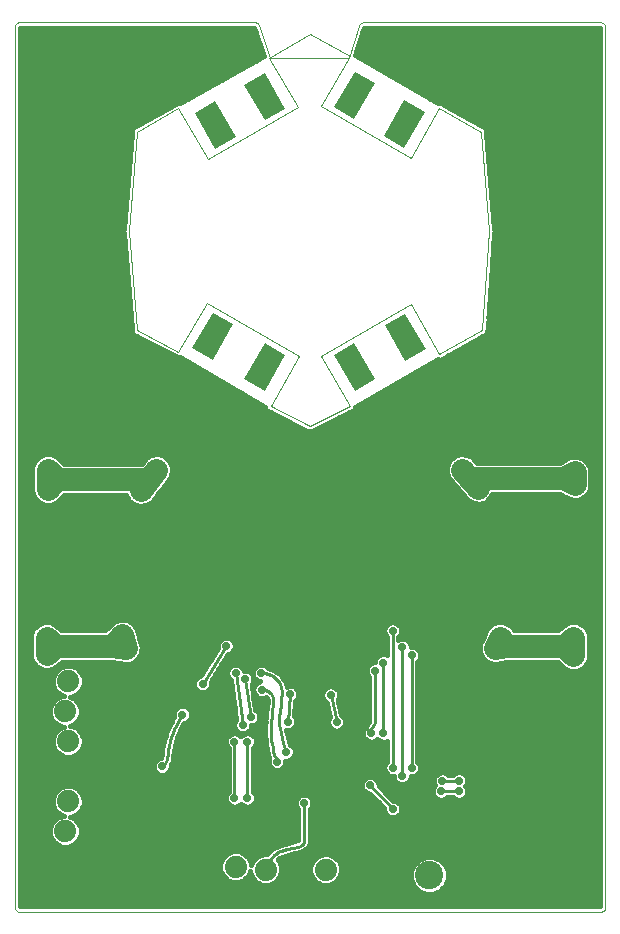
<source format=gbl>
G75*
G70*
%OFA0B0*%
%FSLAX24Y24*%
%IPPOS*%
%LPD*%
%AMOC8*
5,1,8,0,0,1.08239X$1,22.5*
%
%ADD10C,0.0000*%
%ADD11C,0.0004*%
%ADD12R,0.1378X0.0787*%
%ADD13R,0.0787X0.1378*%
%ADD14C,0.0740*%
%ADD15C,0.0945*%
%ADD16R,0.0356X0.0356*%
%ADD17C,0.0160*%
%ADD18C,0.0356*%
%ADD19C,0.0277*%
%ADD20C,0.0100*%
%ADD21C,0.0760*%
%ADD22C,0.0063*%
D10*
X001952Y001385D02*
X001952Y030747D01*
X001954Y030769D01*
X001959Y030791D01*
X001967Y030811D01*
X001979Y030830D01*
X001994Y030847D01*
X002011Y030862D01*
X002030Y030874D01*
X002050Y030882D01*
X002072Y030887D01*
X002094Y030889D01*
X009960Y030889D01*
X009982Y030887D01*
X010004Y030882D01*
X010024Y030874D01*
X010043Y030862D01*
X010060Y030848D01*
X010074Y030831D01*
X010086Y030812D01*
X010095Y030792D01*
X010094Y030792D02*
X010456Y029708D01*
X013093Y029708D01*
X013413Y030773D01*
X013421Y030794D01*
X013432Y030814D01*
X013446Y030833D01*
X013462Y030849D01*
X013481Y030863D01*
X013501Y030873D01*
X013523Y030881D01*
X013545Y030886D01*
X013568Y030888D01*
X013568Y030889D02*
X021474Y030889D01*
X021474Y030888D02*
X021497Y030886D01*
X021520Y030881D01*
X021541Y030873D01*
X021562Y030862D01*
X021580Y030848D01*
X021596Y030832D01*
X021610Y030814D01*
X021621Y030793D01*
X021629Y030772D01*
X021634Y030749D01*
X021636Y030726D01*
X021637Y030726D02*
X021637Y001405D01*
X021636Y001405D02*
X021634Y001382D01*
X021629Y001359D01*
X021621Y001338D01*
X021610Y001317D01*
X021596Y001299D01*
X021580Y001283D01*
X021562Y001269D01*
X021541Y001258D01*
X021520Y001250D01*
X021497Y001245D01*
X021474Y001243D01*
X002094Y001243D01*
X002072Y001245D01*
X002050Y001250D01*
X002030Y001258D01*
X002011Y001270D01*
X001994Y001285D01*
X001979Y001302D01*
X001967Y001321D01*
X001959Y001341D01*
X001954Y001363D01*
X001952Y001385D01*
D11*
X010479Y018101D02*
X011778Y017432D01*
X013117Y018101D01*
X012172Y019755D01*
X015164Y021487D01*
X016109Y019834D01*
X017526Y020621D01*
X017763Y023928D01*
X017487Y027235D01*
X016109Y028023D01*
X015164Y026369D01*
X012172Y028101D01*
X013117Y029755D01*
X011778Y030503D01*
X010440Y029715D01*
X011385Y028062D01*
X008393Y026330D01*
X007408Y028023D01*
X006030Y027235D01*
X005755Y023928D01*
X006030Y020621D01*
X007408Y019912D01*
X008353Y021526D01*
X011424Y019755D01*
X010479Y018101D01*
D12*
G36*
X013270Y020193D02*
X013958Y019000D01*
X013278Y018607D01*
X012590Y019800D01*
X013270Y020193D01*
G37*
G36*
X014963Y021178D02*
X015651Y019985D01*
X014971Y019592D01*
X014283Y020785D01*
X014963Y021178D01*
G37*
G36*
X010278Y029209D02*
X010966Y028016D01*
X010286Y027623D01*
X009598Y028816D01*
X010278Y029209D01*
G37*
G36*
X008625Y028264D02*
X009313Y027071D01*
X008633Y026678D01*
X007945Y027871D01*
X008625Y028264D01*
G37*
D13*
G36*
X013278Y029249D02*
X013958Y028856D01*
X013270Y027663D01*
X012590Y028056D01*
X013278Y029249D01*
G37*
G36*
X014932Y028304D02*
X015612Y027911D01*
X014924Y026718D01*
X014244Y027111D01*
X014932Y028304D01*
G37*
G36*
X010286Y020193D02*
X010966Y019800D01*
X010278Y018607D01*
X009598Y019000D01*
X010286Y020193D01*
G37*
G36*
X008554Y021217D02*
X009234Y020824D01*
X008546Y019631D01*
X007866Y020024D01*
X008554Y021217D01*
G37*
D14*
X003734Y008920D03*
X003634Y007920D03*
X003734Y006920D03*
X003634Y005920D03*
X003734Y004920D03*
X003634Y003920D03*
X009314Y002750D03*
X010314Y002650D03*
X011314Y002750D03*
X012314Y002650D03*
D15*
X015771Y002463D03*
X015771Y003723D03*
D16*
X012566Y010011D03*
X012172Y010011D03*
X012211Y010404D03*
X011818Y010404D03*
X011778Y010011D03*
X011385Y010011D03*
X010991Y010011D03*
X011030Y010404D03*
X011424Y010404D03*
X011385Y010798D03*
X011778Y010798D03*
X012172Y010798D03*
X012566Y010798D03*
X012605Y010404D03*
X012841Y011192D03*
X013274Y011310D03*
X013708Y011389D03*
X010991Y010798D03*
X010755Y011192D03*
X010322Y011310D03*
X009889Y011389D03*
D17*
X009157Y010338D02*
X009054Y010380D01*
X008943Y010380D01*
X008841Y010338D01*
X008763Y010259D01*
X008720Y010157D01*
X008720Y010046D01*
X008728Y010027D01*
X008162Y009120D01*
X008156Y009120D01*
X008054Y009078D01*
X007975Y008999D01*
X007933Y008897D01*
X007933Y008786D01*
X007975Y008684D01*
X008054Y008605D01*
X008156Y008563D01*
X008267Y008563D01*
X008369Y008605D01*
X008448Y008684D01*
X008490Y008786D01*
X008490Y008897D01*
X008482Y008916D01*
X009049Y009823D01*
X009054Y009823D01*
X009157Y009865D01*
X009235Y009943D01*
X009278Y010046D01*
X009278Y010157D01*
X009235Y010259D01*
X009157Y010338D01*
X009217Y010278D02*
X014360Y010278D01*
X014360Y010409D02*
X014360Y009800D01*
X014291Y009829D01*
X014180Y009829D01*
X014077Y009786D01*
X013999Y009708D01*
X013956Y009606D01*
X013956Y009553D01*
X013904Y009553D01*
X013802Y009511D01*
X013723Y009432D01*
X013681Y009330D01*
X013681Y009219D01*
X013723Y009117D01*
X013770Y009070D01*
X013770Y007698D01*
X013768Y007696D01*
X013770Y007619D01*
X013770Y007617D01*
X013768Y007601D01*
X013756Y007570D01*
X013745Y007557D01*
X013742Y007553D01*
X013688Y007499D01*
X013643Y007384D01*
X013605Y007346D01*
X013563Y007243D01*
X013563Y007132D01*
X013605Y007030D01*
X013684Y006952D01*
X013786Y006909D01*
X013897Y006909D01*
X013999Y006952D01*
X014038Y006991D01*
X014077Y006952D01*
X014180Y006909D01*
X014291Y006909D01*
X014360Y006938D01*
X014360Y006250D01*
X014314Y006204D01*
X014271Y006102D01*
X014271Y005991D01*
X014314Y005888D01*
X014392Y005810D01*
X014495Y005767D01*
X014586Y005767D01*
X014586Y005715D01*
X014629Y005613D01*
X014707Y005534D01*
X014810Y005492D01*
X014920Y005492D01*
X015023Y005534D01*
X015101Y005613D01*
X015144Y005715D01*
X015144Y005767D01*
X015235Y005767D01*
X015338Y005810D01*
X015416Y005888D01*
X015459Y005991D01*
X015459Y006102D01*
X015416Y006204D01*
X015370Y006250D01*
X015370Y009582D01*
X015416Y009628D01*
X015459Y009731D01*
X015459Y009842D01*
X015416Y009944D01*
X015338Y010023D01*
X015235Y010065D01*
X015144Y010065D01*
X015144Y010117D01*
X015101Y010220D01*
X015023Y010298D01*
X014920Y010341D01*
X014810Y010341D01*
X014740Y010312D01*
X014740Y010409D01*
X014786Y010455D01*
X014829Y010558D01*
X014829Y010669D01*
X014786Y010771D01*
X014708Y010849D01*
X014606Y010892D01*
X014495Y010892D01*
X014392Y010849D01*
X014314Y010771D01*
X014271Y010669D01*
X014271Y010558D01*
X014314Y010455D01*
X014360Y010409D01*
X014333Y010436D02*
X006079Y010436D01*
X006054Y010525D02*
X006054Y010559D01*
X006027Y010624D01*
X006009Y010692D01*
X005988Y010719D01*
X005975Y010750D01*
X005925Y010800D01*
X005882Y010856D01*
X005853Y010873D01*
X005829Y010896D01*
X005764Y010923D01*
X005703Y010958D01*
X005669Y010963D01*
X005638Y010976D01*
X005567Y010976D01*
X005497Y010984D01*
X005465Y010976D01*
X005431Y010976D01*
X005366Y010949D01*
X005298Y010930D01*
X005271Y010909D01*
X005240Y010896D01*
X005190Y010847D01*
X005134Y010803D01*
X005117Y010774D01*
X004965Y010621D01*
X003506Y010621D01*
X003455Y010671D01*
X003309Y010818D01*
X003118Y010897D01*
X002911Y010897D01*
X002720Y010818D01*
X002574Y010671D01*
X002495Y010480D01*
X002495Y009843D01*
X002489Y009757D01*
X002495Y009740D01*
X002495Y009722D01*
X002528Y009643D01*
X002555Y009561D01*
X002567Y009548D01*
X002574Y009531D01*
X002635Y009470D01*
X002691Y009405D01*
X002707Y009397D01*
X002720Y009385D01*
X002800Y009352D01*
X002877Y009314D01*
X002895Y009313D01*
X002911Y009306D01*
X002997Y009306D01*
X003083Y009300D01*
X003100Y009306D01*
X003118Y009306D01*
X003198Y009339D01*
X003279Y009366D01*
X003293Y009378D01*
X003309Y009385D01*
X003370Y009446D01*
X003522Y009579D01*
X003528Y009581D01*
X005137Y009581D01*
X005475Y009525D01*
X005484Y009520D01*
X005577Y009508D01*
X005669Y009493D01*
X005679Y009495D01*
X005689Y009494D01*
X005780Y009518D01*
X005871Y009539D01*
X005879Y009545D01*
X005889Y009548D01*
X005963Y009605D01*
X006039Y009659D01*
X006044Y009668D01*
X006053Y009675D01*
X006099Y009756D01*
X006148Y009835D01*
X006150Y009845D01*
X006155Y009854D01*
X006167Y009947D01*
X006182Y010039D01*
X006180Y010049D01*
X006181Y010060D01*
X006157Y010150D01*
X006136Y010241D01*
X006130Y010249D01*
X006054Y010525D01*
X006040Y010595D02*
X014271Y010595D01*
X014306Y010753D02*
X005972Y010753D01*
X005792Y010912D02*
X021457Y010912D01*
X021457Y011070D02*
X002132Y011070D01*
X002132Y010912D02*
X005274Y010912D01*
X005096Y010753D02*
X003374Y010753D01*
X002655Y010753D02*
X002132Y010753D01*
X002132Y010595D02*
X002542Y010595D01*
X002495Y010436D02*
X002132Y010436D01*
X002132Y010278D02*
X002495Y010278D01*
X002495Y010119D02*
X002132Y010119D01*
X002132Y009961D02*
X002495Y009961D01*
X002492Y009802D02*
X002132Y009802D01*
X002132Y009644D02*
X002527Y009644D01*
X002620Y009485D02*
X002132Y009485D01*
X002132Y009327D02*
X002851Y009327D01*
X003168Y009327D02*
X003419Y009327D01*
X003445Y009353D02*
X003302Y009209D01*
X003224Y009022D01*
X003224Y008819D01*
X003302Y008631D01*
X003445Y008488D01*
X003584Y008430D01*
X003532Y008430D01*
X003345Y008353D01*
X003202Y008209D01*
X003124Y008022D01*
X003124Y007819D01*
X003202Y007631D01*
X003345Y007488D01*
X003532Y007410D01*
X003584Y007410D01*
X003445Y007353D01*
X003302Y007209D01*
X003224Y007022D01*
X003224Y006819D01*
X003302Y006631D01*
X003445Y006488D01*
X003632Y006410D01*
X003835Y006410D01*
X004023Y006488D01*
X004166Y006631D01*
X004244Y006819D01*
X004244Y007022D01*
X004166Y007209D01*
X004023Y007353D01*
X003835Y007430D01*
X003784Y007430D01*
X003923Y007488D01*
X004066Y007631D01*
X004144Y007819D01*
X004144Y008022D01*
X004066Y008209D01*
X003923Y008353D01*
X003784Y008410D01*
X003835Y008410D01*
X004023Y008488D01*
X004166Y008631D01*
X004244Y008819D01*
X004244Y009022D01*
X004166Y009209D01*
X004023Y009353D01*
X003835Y009430D01*
X003632Y009430D01*
X003445Y009353D01*
X003415Y009485D02*
X008390Y009485D01*
X008489Y009644D02*
X006016Y009644D01*
X006128Y009802D02*
X008588Y009802D01*
X008687Y009961D02*
X006169Y009961D01*
X006165Y010119D02*
X008720Y010119D01*
X008781Y010278D02*
X006122Y010278D01*
X007384Y008054D02*
X007306Y007976D01*
X007263Y007873D01*
X007263Y007762D01*
X007268Y007753D01*
X007229Y007696D01*
X007000Y007190D01*
X006862Y006652D01*
X006847Y006454D01*
X006847Y006454D01*
X006841Y006376D01*
X006839Y006364D01*
X006817Y006364D01*
X006715Y006322D01*
X006637Y006243D01*
X006594Y006141D01*
X006594Y006030D01*
X006637Y005928D01*
X006715Y005849D01*
X006817Y005807D01*
X006928Y005807D01*
X007031Y005849D01*
X007109Y005928D01*
X007152Y006030D01*
X007152Y006118D01*
X007210Y006221D01*
X007214Y006268D01*
X007219Y006338D01*
X007220Y006347D01*
X007249Y006589D01*
X007370Y007060D01*
X007570Y007504D01*
X007592Y007539D01*
X007598Y007539D01*
X007700Y007581D01*
X007779Y007660D01*
X007821Y007762D01*
X007821Y007873D01*
X007779Y007976D01*
X007700Y008054D01*
X007598Y008097D01*
X007487Y008097D01*
X007384Y008054D01*
X007395Y008059D02*
X004129Y008059D01*
X004144Y007900D02*
X007275Y007900D01*
X007260Y007742D02*
X004112Y007742D01*
X004018Y007583D02*
X007178Y007583D01*
X007106Y007425D02*
X003849Y007425D01*
X004109Y007266D02*
X007034Y007266D01*
X006979Y007108D02*
X004208Y007108D01*
X004244Y006949D02*
X006938Y006949D01*
X006897Y006791D02*
X004232Y006791D01*
X004167Y006632D02*
X006861Y006632D01*
X006848Y006474D02*
X003988Y006474D01*
X003480Y006474D02*
X002132Y006474D01*
X002132Y006632D02*
X003301Y006632D01*
X003236Y006791D02*
X002132Y006791D01*
X002132Y006949D02*
X003224Y006949D01*
X003260Y007108D02*
X002132Y007108D01*
X002132Y007266D02*
X003359Y007266D01*
X003498Y007425D02*
X002132Y007425D01*
X002132Y007583D02*
X003250Y007583D01*
X003156Y007742D02*
X002132Y007742D01*
X002132Y007900D02*
X003124Y007900D01*
X003139Y008059D02*
X002132Y008059D01*
X002132Y008217D02*
X003210Y008217D01*
X003401Y008376D02*
X002132Y008376D01*
X002132Y008534D02*
X003399Y008534D01*
X003276Y008693D02*
X002132Y008693D01*
X002132Y008851D02*
X003224Y008851D01*
X003224Y009010D02*
X002132Y009010D01*
X002132Y009168D02*
X003285Y009168D01*
X003867Y008376D02*
X009234Y008376D01*
X009212Y008534D02*
X004069Y008534D01*
X004192Y008693D02*
X007971Y008693D01*
X007933Y008851D02*
X004244Y008851D01*
X004244Y009010D02*
X007985Y009010D01*
X008192Y009168D02*
X004183Y009168D01*
X004049Y009327D02*
X008291Y009327D01*
X008541Y009010D02*
X009106Y009010D01*
X009078Y009038D02*
X009154Y008961D01*
X009334Y007642D01*
X009314Y007621D01*
X009271Y007519D01*
X009271Y007408D01*
X009314Y007306D01*
X009392Y007227D01*
X009495Y007185D01*
X009606Y007185D01*
X009708Y007227D01*
X009786Y007306D01*
X009829Y007408D01*
X009829Y007460D01*
X009881Y007460D01*
X009984Y007503D01*
X010062Y007581D01*
X010104Y007684D01*
X010104Y007794D01*
X010062Y007897D01*
X009984Y007975D01*
X009976Y007979D01*
X009901Y008396D01*
X009844Y008820D01*
X009865Y008841D01*
X009908Y008943D01*
X009908Y009054D01*
X009865Y009157D01*
X009787Y009235D01*
X009684Y009278D01*
X009582Y009278D01*
X009550Y009354D01*
X009472Y009432D01*
X009369Y009474D01*
X009258Y009474D01*
X009156Y009432D01*
X009078Y009354D01*
X009035Y009251D01*
X009035Y009140D01*
X009078Y009038D01*
X009035Y009168D02*
X008640Y009168D01*
X008739Y009327D02*
X009066Y009327D01*
X008838Y009485D02*
X013776Y009485D01*
X013681Y009327D02*
X010541Y009327D01*
X010575Y009317D02*
X010399Y009367D01*
X010334Y009432D01*
X010232Y009474D01*
X010121Y009474D01*
X010018Y009432D01*
X009940Y009354D01*
X009897Y009251D01*
X009897Y009140D01*
X009940Y009038D01*
X010018Y008959D01*
X010115Y008919D01*
X010022Y008881D01*
X009944Y008802D01*
X009901Y008700D01*
X009901Y008589D01*
X009944Y008487D01*
X010022Y008408D01*
X010125Y008366D01*
X010235Y008366D01*
X010325Y008403D01*
X010356Y008373D01*
X010383Y008302D01*
X010384Y008265D01*
X010335Y007877D01*
X010305Y007478D01*
X010300Y007399D01*
X010289Y007255D01*
X010325Y006810D01*
X010431Y006376D01*
X010438Y006358D01*
X010413Y006298D01*
X010413Y006188D01*
X010456Y006085D01*
X010534Y006007D01*
X010636Y005964D01*
X010747Y005964D01*
X010850Y006007D01*
X010928Y006085D01*
X010971Y006188D01*
X010971Y006279D01*
X011062Y006279D01*
X011165Y006322D01*
X011243Y006400D01*
X011286Y006503D01*
X011286Y006613D01*
X011243Y006716D01*
X011165Y006794D01*
X011129Y006809D01*
X011055Y007054D01*
X011001Y007303D01*
X011102Y007303D01*
X011204Y007345D01*
X011282Y007424D01*
X011325Y007526D01*
X011325Y007637D01*
X011282Y007739D01*
X011253Y007769D01*
X011296Y008264D01*
X011361Y008329D01*
X011404Y008432D01*
X011404Y008543D01*
X011361Y008645D01*
X011283Y008723D01*
X011180Y008766D01*
X011069Y008766D01*
X011021Y008746D01*
X010968Y008926D01*
X010805Y009155D01*
X010575Y009317D01*
X010575Y009317D01*
X010786Y009168D02*
X013702Y009168D01*
X013770Y009010D02*
X010909Y009010D01*
X010990Y008851D02*
X013770Y008851D01*
X013770Y008693D02*
X012660Y008693D01*
X012641Y008712D02*
X012539Y008754D01*
X012428Y008754D01*
X012325Y008712D01*
X012247Y008633D01*
X012204Y008531D01*
X012204Y008420D01*
X012247Y008317D01*
X012325Y008239D01*
X012342Y008232D01*
X012453Y007726D01*
X012448Y007720D01*
X012405Y007617D01*
X012405Y007506D01*
X012448Y007404D01*
X012526Y007326D01*
X012628Y007283D01*
X012739Y007283D01*
X012842Y007326D01*
X012920Y007404D01*
X012963Y007506D01*
X012963Y007617D01*
X012920Y007720D01*
X012842Y007798D01*
X012825Y007805D01*
X012714Y008312D01*
X012719Y008317D01*
X012762Y008420D01*
X012762Y008531D01*
X012719Y008633D01*
X012641Y008712D01*
X012761Y008534D02*
X013770Y008534D01*
X013770Y008376D02*
X012744Y008376D01*
X012734Y008217D02*
X013770Y008217D01*
X013770Y008059D02*
X012769Y008059D01*
X012804Y007900D02*
X013770Y007900D01*
X013770Y007742D02*
X012899Y007742D01*
X012963Y007583D02*
X013761Y007583D01*
X013745Y007557D02*
X013745Y007557D01*
X013745Y007557D01*
X013688Y007499D02*
X013688Y007499D01*
X013659Y007425D02*
X012929Y007425D01*
X012439Y007425D02*
X011283Y007425D01*
X011325Y007583D02*
X012405Y007583D01*
X012450Y007742D02*
X011280Y007742D01*
X011265Y007900D02*
X012415Y007900D01*
X012380Y008059D02*
X011278Y008059D01*
X011292Y008217D02*
X012345Y008217D01*
X012223Y008376D02*
X011380Y008376D01*
X011404Y008534D02*
X012206Y008534D01*
X012306Y008693D02*
X011314Y008693D01*
X010805Y009155D02*
X010805Y009155D01*
X010353Y008376D02*
X010259Y008376D01*
X010101Y008376D02*
X009905Y008376D01*
X009883Y008534D02*
X009924Y008534D01*
X009901Y008693D02*
X009862Y008693D01*
X009869Y008851D02*
X009992Y008851D01*
X009968Y009010D02*
X009908Y009010D01*
X009897Y009168D02*
X009854Y009168D01*
X009929Y009327D02*
X009561Y009327D01*
X009169Y008851D02*
X008490Y008851D01*
X008452Y008693D02*
X009191Y008693D01*
X009256Y008217D02*
X004058Y008217D01*
X003835Y005430D02*
X003632Y005430D01*
X003445Y005353D01*
X003302Y005209D01*
X003224Y005022D01*
X003224Y004819D01*
X003302Y004631D01*
X003445Y004488D01*
X003584Y004430D01*
X003532Y004430D01*
X003345Y004353D01*
X003202Y004209D01*
X003124Y004022D01*
X003124Y003819D01*
X003202Y003631D01*
X003345Y003488D01*
X003532Y003410D01*
X003735Y003410D01*
X003923Y003488D01*
X004066Y003631D01*
X004144Y003819D01*
X004144Y004022D01*
X004066Y004209D01*
X003923Y004353D01*
X003784Y004410D01*
X003835Y004410D01*
X004023Y004488D01*
X004166Y004631D01*
X004244Y004819D01*
X004244Y005022D01*
X004166Y005209D01*
X004023Y005353D01*
X003835Y005430D01*
X003995Y005364D02*
X009084Y005364D01*
X009084Y005227D02*
X009038Y005180D01*
X008996Y005078D01*
X008996Y004967D01*
X009038Y004865D01*
X009117Y004786D01*
X009219Y004744D01*
X009330Y004744D01*
X009432Y004786D01*
X009491Y004845D01*
X009550Y004786D01*
X009652Y004744D01*
X009763Y004744D01*
X009865Y004786D01*
X009944Y004865D01*
X009986Y004967D01*
X009986Y005078D01*
X009944Y005180D01*
X009898Y005227D01*
X009898Y006708D01*
X009944Y006754D01*
X009986Y006857D01*
X009986Y006968D01*
X009944Y007070D01*
X009865Y007149D01*
X009763Y007191D01*
X009652Y007191D01*
X009550Y007149D01*
X009491Y007090D01*
X009432Y007149D01*
X009330Y007191D01*
X009219Y007191D01*
X009117Y007149D01*
X009038Y007070D01*
X008996Y006968D01*
X008996Y006857D01*
X009038Y006754D01*
X009084Y006708D01*
X009084Y005227D01*
X009063Y005205D02*
X004168Y005205D01*
X004233Y005047D02*
X008996Y005047D01*
X009028Y004888D02*
X004244Y004888D01*
X004207Y004730D02*
X011352Y004730D01*
X011361Y004707D02*
X011407Y004661D01*
X011407Y003625D01*
X011198Y003568D01*
X010968Y003516D01*
X010968Y003516D01*
X010815Y003484D01*
X010815Y003484D01*
X010539Y003336D01*
X010359Y003160D01*
X010212Y003160D01*
X010025Y003082D01*
X009882Y002939D01*
X009824Y002799D01*
X009824Y002851D01*
X009746Y003039D01*
X009603Y003182D01*
X009415Y003260D01*
X009212Y003260D01*
X009025Y003182D01*
X008882Y003039D01*
X008804Y002851D01*
X008804Y002648D01*
X008882Y002461D01*
X009025Y002317D01*
X009212Y002240D01*
X009415Y002240D01*
X009603Y002317D01*
X009746Y002461D01*
X009804Y002600D01*
X009804Y002548D01*
X009882Y002361D01*
X010025Y002217D01*
X010212Y002140D01*
X010415Y002140D01*
X010603Y002217D01*
X010746Y002361D01*
X010824Y002548D01*
X010824Y002751D01*
X010746Y002939D01*
X010717Y002968D01*
X010771Y003021D01*
X010949Y003116D01*
X011046Y003144D01*
X011061Y003147D01*
X011291Y003195D01*
X011291Y003195D01*
X011457Y003243D01*
X011518Y003261D01*
X011532Y003265D01*
X011549Y003270D01*
X011606Y003287D01*
X011606Y003287D01*
X011608Y003287D01*
X011609Y003289D01*
X011723Y003388D01*
X011786Y003525D01*
X011787Y003526D01*
X011787Y004661D01*
X011834Y004707D01*
X011876Y004810D01*
X011876Y004920D01*
X011834Y005023D01*
X011755Y005101D01*
X011653Y005144D01*
X011542Y005144D01*
X011439Y005101D01*
X011361Y005023D01*
X011319Y004920D01*
X011319Y004810D01*
X011361Y004707D01*
X011407Y004571D02*
X004107Y004571D01*
X003842Y004413D02*
X011407Y004413D01*
X011407Y004254D02*
X004021Y004254D01*
X004113Y004096D02*
X011407Y004096D01*
X011407Y003937D02*
X004144Y003937D01*
X004127Y003779D02*
X011407Y003779D01*
X011390Y003620D02*
X004056Y003620D01*
X003861Y003462D02*
X010775Y003462D01*
X010539Y003336D02*
X010539Y003336D01*
X010506Y003303D02*
X002132Y003303D01*
X002132Y003145D02*
X008988Y003145D01*
X008860Y002986D02*
X002132Y002986D01*
X002132Y002828D02*
X008804Y002828D01*
X008804Y002669D02*
X002132Y002669D01*
X002132Y002511D02*
X008861Y002511D01*
X008990Y002352D02*
X002132Y002352D01*
X002132Y002194D02*
X010081Y002194D01*
X009890Y002352D02*
X009638Y002352D01*
X009767Y002511D02*
X009819Y002511D01*
X009824Y002828D02*
X009836Y002828D01*
X009768Y002986D02*
X009929Y002986D01*
X010177Y003145D02*
X009640Y003145D01*
X010546Y002194D02*
X012081Y002194D01*
X012025Y002217D02*
X012212Y002140D01*
X012415Y002140D01*
X012603Y002217D01*
X012746Y002361D01*
X012824Y002548D01*
X012824Y002751D01*
X012746Y002939D01*
X012603Y003082D01*
X012415Y003160D01*
X012212Y003160D01*
X012025Y003082D01*
X011882Y002939D01*
X011804Y002751D01*
X011804Y002548D01*
X011882Y002361D01*
X012025Y002217D01*
X011890Y002352D02*
X010738Y002352D01*
X010808Y002511D02*
X011819Y002511D01*
X011804Y002669D02*
X010824Y002669D01*
X010792Y002828D02*
X011836Y002828D01*
X011929Y002986D02*
X010736Y002986D01*
X011052Y003145D02*
X012177Y003145D01*
X012451Y003145D02*
X021457Y003145D01*
X021457Y003303D02*
X011626Y003303D01*
X011606Y003287D02*
X011606Y003287D01*
X011723Y003388D02*
X011723Y003388D01*
X011723Y003388D01*
X011757Y003462D02*
X021457Y003462D01*
X021457Y003620D02*
X011787Y003620D01*
X011787Y003779D02*
X021457Y003779D01*
X021457Y003937D02*
X011787Y003937D01*
X011787Y004096D02*
X021457Y004096D01*
X021457Y004254D02*
X011787Y004254D01*
X011787Y004413D02*
X014438Y004413D01*
X014392Y004432D02*
X014495Y004389D01*
X014606Y004389D01*
X014708Y004432D01*
X014786Y004510D01*
X014829Y004613D01*
X014829Y004724D01*
X014786Y004826D01*
X014708Y004904D01*
X014606Y004947D01*
X014547Y004947D01*
X014081Y005438D01*
X014081Y005511D01*
X014038Y005613D01*
X013960Y005692D01*
X013857Y005734D01*
X013747Y005734D01*
X013644Y005692D01*
X013566Y005613D01*
X013523Y005511D01*
X013523Y005400D01*
X013566Y005298D01*
X013644Y005219D01*
X013747Y005177D01*
X013805Y005177D01*
X014271Y004686D01*
X014271Y004613D01*
X014314Y004510D01*
X014392Y004432D01*
X014288Y004571D02*
X011787Y004571D01*
X011843Y004730D02*
X014229Y004730D01*
X014079Y004888D02*
X011876Y004888D01*
X011810Y005047D02*
X013928Y005047D01*
X013677Y005205D02*
X009919Y005205D01*
X009898Y005364D02*
X013538Y005364D01*
X013528Y005522D02*
X009898Y005522D01*
X009898Y005681D02*
X013633Y005681D01*
X013971Y005681D02*
X014600Y005681D01*
X014736Y005522D02*
X014076Y005522D01*
X014151Y005364D02*
X015906Y005364D01*
X015886Y005314D02*
X015886Y005203D01*
X015928Y005101D01*
X016006Y005022D01*
X016109Y004980D01*
X016220Y004980D01*
X016322Y005022D01*
X016368Y005069D01*
X016551Y005069D01*
X016597Y005022D01*
X016699Y004980D01*
X016810Y004980D01*
X016913Y005022D01*
X016991Y005101D01*
X017034Y005203D01*
X017034Y005314D01*
X016991Y005417D01*
X016972Y005436D01*
X016991Y005455D01*
X017034Y005558D01*
X017034Y005669D01*
X016991Y005771D01*
X016913Y005849D01*
X016810Y005892D01*
X016699Y005892D01*
X016597Y005849D01*
X016551Y005803D01*
X016408Y005803D01*
X016362Y005849D01*
X016259Y005892D01*
X016148Y005892D01*
X016046Y005849D01*
X015967Y005771D01*
X015925Y005669D01*
X015925Y005558D01*
X015967Y005456D01*
X015928Y005417D01*
X015886Y005314D01*
X015886Y005205D02*
X014302Y005205D01*
X014452Y005047D02*
X015982Y005047D01*
X015939Y005522D02*
X014995Y005522D01*
X015130Y005681D02*
X015930Y005681D01*
X016036Y005839D02*
X015368Y005839D01*
X015459Y005998D02*
X021457Y005998D01*
X021457Y005839D02*
X016923Y005839D01*
X017028Y005681D02*
X021457Y005681D01*
X021457Y005522D02*
X017019Y005522D01*
X017013Y005364D02*
X021457Y005364D01*
X021457Y005205D02*
X017034Y005205D01*
X016937Y005047D02*
X021457Y005047D01*
X021457Y004888D02*
X014724Y004888D01*
X014826Y004730D02*
X021457Y004730D01*
X021457Y004571D02*
X014812Y004571D01*
X014662Y004413D02*
X021457Y004413D01*
X021457Y002986D02*
X016108Y002986D01*
X016117Y002983D02*
X015892Y003076D01*
X015649Y003076D01*
X015424Y002983D01*
X015251Y002810D01*
X015158Y002585D01*
X015158Y002342D01*
X015251Y002117D01*
X015424Y001944D01*
X015649Y001851D01*
X015892Y001851D01*
X016117Y001944D01*
X016290Y002117D01*
X016383Y002342D01*
X016383Y002585D01*
X016290Y002810D01*
X016117Y002983D01*
X016272Y002828D02*
X021457Y002828D01*
X021457Y002669D02*
X016348Y002669D01*
X016383Y002511D02*
X021457Y002511D01*
X021457Y002352D02*
X016383Y002352D01*
X016322Y002194D02*
X021457Y002194D01*
X021457Y002035D02*
X016209Y002035D01*
X015955Y001877D02*
X021457Y001877D01*
X021457Y001718D02*
X002132Y001718D01*
X002132Y001560D02*
X021457Y001560D01*
X021457Y001423D02*
X002132Y001423D01*
X002132Y030709D01*
X009932Y030709D01*
X010249Y029758D01*
X007456Y028198D01*
X007456Y028198D01*
X007384Y028218D01*
X007383Y028218D01*
X007382Y028218D01*
X007318Y028180D01*
X005989Y027421D01*
X005970Y027423D01*
X005926Y027385D01*
X005875Y027356D01*
X005870Y027338D01*
X005855Y027325D01*
X005850Y027267D01*
X005835Y027210D01*
X005844Y027194D01*
X005578Y024001D01*
X005567Y023988D01*
X005572Y023928D01*
X005567Y023868D01*
X005578Y023855D01*
X005845Y020658D01*
X005834Y020637D01*
X005851Y020585D01*
X005855Y020531D01*
X005873Y020516D01*
X005880Y020494D01*
X005929Y020469D01*
X005970Y020433D01*
X005994Y020435D01*
X007321Y019753D01*
X007381Y019717D01*
X007387Y019719D01*
X007392Y019716D01*
X007452Y019735D01*
X010303Y018054D01*
X010305Y018050D01*
X010323Y017981D01*
X010327Y017978D01*
X010329Y017974D01*
X010392Y017941D01*
X010454Y017906D01*
X010459Y017907D01*
X011642Y017297D01*
X011649Y017283D01*
X011708Y017264D01*
X011762Y017236D01*
X011777Y017241D01*
X011792Y017236D01*
X011847Y017263D01*
X011906Y017282D01*
X011913Y017296D01*
X013136Y017907D01*
X013142Y017906D01*
X013203Y017941D01*
X013266Y017972D01*
X013268Y017978D01*
X013273Y017981D01*
X013291Y018049D01*
X013293Y018053D01*
X016064Y019657D01*
X016132Y019638D01*
X016133Y019638D01*
X016134Y019638D01*
X016198Y019675D01*
X017567Y020436D01*
X017589Y020434D01*
X017631Y020471D01*
X017681Y020498D01*
X017687Y020519D01*
X017703Y020533D01*
X017707Y020589D01*
X017722Y020643D01*
X017712Y020662D01*
X017940Y023856D01*
X017950Y023868D01*
X017945Y023929D01*
X017950Y023990D01*
X017939Y024002D01*
X017673Y027194D01*
X017682Y027210D01*
X017667Y027267D01*
X017662Y027325D01*
X017648Y027338D01*
X017643Y027356D01*
X017592Y027385D01*
X017547Y027423D01*
X017528Y027421D01*
X016265Y028143D01*
X016187Y028187D01*
X016134Y028218D01*
X016064Y028199D01*
X013307Y029795D01*
X013564Y030650D01*
X013582Y030709D01*
X021457Y030709D01*
X021457Y001423D01*
X021457Y006156D02*
X015436Y006156D01*
X015370Y006315D02*
X021457Y006315D01*
X021457Y006474D02*
X015370Y006474D01*
X015370Y006632D02*
X021457Y006632D01*
X021457Y006791D02*
X015370Y006791D01*
X015370Y006949D02*
X021457Y006949D01*
X021457Y007108D02*
X015370Y007108D01*
X015370Y007266D02*
X021457Y007266D01*
X021457Y007425D02*
X015370Y007425D01*
X015370Y007583D02*
X021457Y007583D01*
X021457Y007742D02*
X015370Y007742D01*
X015370Y007900D02*
X021457Y007900D01*
X021457Y008059D02*
X015370Y008059D01*
X015370Y008217D02*
X021457Y008217D01*
X021457Y008376D02*
X015370Y008376D01*
X015370Y008534D02*
X021457Y008534D01*
X021457Y008693D02*
X015370Y008693D01*
X015370Y008851D02*
X021457Y008851D01*
X021457Y009010D02*
X015370Y009010D01*
X015370Y009168D02*
X021457Y009168D01*
X021457Y009327D02*
X020822Y009327D01*
X020868Y009345D02*
X021015Y009492D01*
X021094Y009683D01*
X021094Y010360D01*
X021099Y010445D01*
X021094Y010462D01*
X021094Y010480D01*
X021061Y010560D01*
X021033Y010641D01*
X021021Y010655D01*
X021015Y010671D01*
X020954Y010732D01*
X020897Y010797D01*
X020881Y010805D01*
X020868Y010818D01*
X020789Y010851D01*
X020711Y010889D01*
X020694Y010890D01*
X020677Y010897D01*
X020591Y010897D01*
X020505Y010903D01*
X020488Y010897D01*
X020470Y010897D01*
X020391Y010864D01*
X020309Y010836D01*
X020296Y010825D01*
X020279Y010818D01*
X020218Y010757D01*
X020063Y010621D01*
X018608Y010621D01*
X018586Y010647D01*
X018581Y010660D01*
X018519Y010725D01*
X018460Y010794D01*
X018448Y010800D01*
X018438Y010810D01*
X018356Y010847D01*
X018276Y010887D01*
X018262Y010888D01*
X018249Y010894D01*
X018159Y010896D01*
X018070Y010903D01*
X018056Y010899D01*
X018043Y010899D01*
X017959Y010867D01*
X017873Y010839D01*
X017862Y010830D01*
X017850Y010825D01*
X017784Y010763D01*
X017716Y010704D01*
X017710Y010692D01*
X017700Y010683D01*
X017663Y010600D01*
X017622Y010520D01*
X017621Y010506D01*
X017518Y010274D01*
X017485Y010225D01*
X017476Y010181D01*
X017458Y010139D01*
X017457Y010080D01*
X017445Y010022D01*
X017454Y009978D01*
X017453Y009932D01*
X017474Y009877D01*
X017486Y009819D01*
X017511Y009782D01*
X017527Y009739D01*
X017568Y009696D01*
X017601Y009647D01*
X017638Y009622D01*
X017670Y009589D01*
X017724Y009565D01*
X017773Y009532D01*
X017817Y009524D01*
X017859Y009505D01*
X017918Y009504D01*
X017976Y009492D01*
X018020Y009501D01*
X018065Y009500D01*
X018121Y009521D01*
X018401Y009577D01*
X018432Y009575D01*
X018452Y009581D01*
X020043Y009581D01*
X020279Y009345D01*
X020470Y009266D01*
X020677Y009266D01*
X020868Y009345D01*
X021008Y009485D02*
X021457Y009485D01*
X021457Y009644D02*
X021077Y009644D01*
X021094Y009802D02*
X021457Y009802D01*
X021457Y009961D02*
X021094Y009961D01*
X021094Y010119D02*
X021457Y010119D01*
X021457Y010278D02*
X021094Y010278D01*
X021099Y010436D02*
X021457Y010436D01*
X021457Y010595D02*
X021049Y010595D01*
X020936Y010753D02*
X021457Y010753D01*
X021457Y011229D02*
X002132Y011229D01*
X002132Y011387D02*
X021457Y011387D01*
X021457Y011546D02*
X002132Y011546D01*
X002132Y011704D02*
X021457Y011704D01*
X021457Y011863D02*
X002132Y011863D01*
X002132Y012021D02*
X021457Y012021D01*
X021457Y012180D02*
X002132Y012180D01*
X002132Y012338D02*
X021457Y012338D01*
X021457Y012497D02*
X002132Y012497D01*
X002132Y012655D02*
X021457Y012655D01*
X021457Y012814D02*
X002132Y012814D01*
X002132Y012972D02*
X021457Y012972D01*
X021457Y013131D02*
X002132Y013131D01*
X002132Y013289D02*
X021457Y013289D01*
X021457Y013448D02*
X002132Y013448D01*
X002132Y013606D02*
X021457Y013606D01*
X021457Y013765D02*
X002132Y013765D01*
X002132Y013923D02*
X021457Y013923D01*
X021457Y014082D02*
X002132Y014082D01*
X002132Y014240D02*
X021457Y014240D01*
X021457Y014399D02*
X002132Y014399D01*
X002132Y014557D02*
X021457Y014557D01*
X021457Y014716D02*
X002132Y014716D01*
X002132Y014874D02*
X002814Y014874D01*
X002759Y014897D02*
X002951Y014817D01*
X003157Y014817D01*
X003349Y014897D01*
X003584Y015132D01*
X005662Y015132D01*
X005662Y015127D01*
X005766Y014948D01*
X005931Y014822D01*
X006130Y014769D01*
X006336Y014796D01*
X006514Y014900D01*
X007152Y015734D01*
X007205Y015934D01*
X007178Y016139D01*
X007074Y016318D01*
X006910Y016443D01*
X006710Y016497D01*
X006505Y016469D01*
X006326Y016365D01*
X006178Y016172D01*
X003584Y016172D01*
X003349Y016408D01*
X003157Y016487D01*
X002951Y016487D01*
X002759Y016408D01*
X002613Y016262D01*
X002534Y016071D01*
X002534Y015234D01*
X002613Y015043D01*
X002759Y014897D01*
X002624Y015033D02*
X002132Y015033D01*
X002132Y015191D02*
X002552Y015191D01*
X002534Y015350D02*
X002132Y015350D01*
X002132Y015508D02*
X002534Y015508D01*
X002534Y015667D02*
X002132Y015667D01*
X002132Y015825D02*
X002534Y015825D01*
X002534Y015984D02*
X002132Y015984D01*
X002132Y016142D02*
X002564Y016142D01*
X002652Y016301D02*
X002132Y016301D01*
X002132Y016459D02*
X002882Y016459D01*
X003226Y016459D02*
X006487Y016459D01*
X006276Y016301D02*
X003456Y016301D01*
X003484Y015033D02*
X005717Y015033D01*
X005863Y014874D02*
X003294Y014874D01*
X002132Y016618D02*
X021457Y016618D01*
X021457Y016776D02*
X002132Y016776D01*
X002132Y016935D02*
X021457Y016935D01*
X021457Y017093D02*
X002132Y017093D01*
X002132Y017252D02*
X011731Y017252D01*
X011824Y017252D02*
X021457Y017252D01*
X021457Y017410D02*
X012141Y017410D01*
X012458Y017569D02*
X021457Y017569D01*
X021457Y017727D02*
X012775Y017727D01*
X013092Y017886D02*
X021457Y017886D01*
X021457Y018044D02*
X013290Y018044D01*
X013551Y018203D02*
X021457Y018203D01*
X021457Y018361D02*
X013825Y018361D01*
X014099Y018520D02*
X021457Y018520D01*
X021457Y018678D02*
X014373Y018678D01*
X014646Y018837D02*
X021457Y018837D01*
X021457Y018995D02*
X014920Y018995D01*
X015194Y019154D02*
X021457Y019154D01*
X021457Y019312D02*
X015468Y019312D01*
X015742Y019471D02*
X021457Y019471D01*
X021457Y019629D02*
X016015Y019629D01*
X016401Y019788D02*
X021457Y019788D01*
X021457Y019946D02*
X016686Y019946D01*
X016972Y020105D02*
X021457Y020105D01*
X021457Y020263D02*
X017257Y020263D01*
X017542Y020422D02*
X021457Y020422D01*
X021457Y020580D02*
X017706Y020580D01*
X017717Y020739D02*
X021457Y020739D01*
X021457Y020897D02*
X017729Y020897D01*
X017740Y021056D02*
X021457Y021056D01*
X021457Y021214D02*
X017751Y021214D01*
X017763Y021373D02*
X021457Y021373D01*
X021457Y021531D02*
X017774Y021531D01*
X017785Y021690D02*
X021457Y021690D01*
X021457Y021848D02*
X017797Y021848D01*
X017808Y022007D02*
X021457Y022007D01*
X021457Y022165D02*
X017819Y022165D01*
X017830Y022324D02*
X021457Y022324D01*
X021457Y022482D02*
X017842Y022482D01*
X017853Y022641D02*
X021457Y022641D01*
X021457Y022799D02*
X017864Y022799D01*
X017876Y022958D02*
X021457Y022958D01*
X021457Y023116D02*
X017887Y023116D01*
X017898Y023275D02*
X021457Y023275D01*
X021457Y023433D02*
X017910Y023433D01*
X017921Y023592D02*
X021457Y023592D01*
X021457Y023750D02*
X017932Y023750D01*
X017947Y023909D02*
X021457Y023909D01*
X021457Y024067D02*
X017934Y024067D01*
X017920Y024226D02*
X021457Y024226D01*
X021457Y024384D02*
X017907Y024384D01*
X017894Y024543D02*
X021457Y024543D01*
X021457Y024701D02*
X017881Y024701D01*
X017868Y024860D02*
X021457Y024860D01*
X021457Y025018D02*
X017854Y025018D01*
X017841Y025177D02*
X021457Y025177D01*
X021457Y025335D02*
X017828Y025335D01*
X017815Y025494D02*
X021457Y025494D01*
X021457Y025652D02*
X017802Y025652D01*
X017788Y025811D02*
X021457Y025811D01*
X021457Y025969D02*
X017775Y025969D01*
X017762Y026128D02*
X021457Y026128D01*
X021457Y026286D02*
X017749Y026286D01*
X017736Y026445D02*
X021457Y026445D01*
X021457Y026603D02*
X017722Y026603D01*
X017709Y026762D02*
X021457Y026762D01*
X021457Y026920D02*
X017696Y026920D01*
X017683Y027079D02*
X021457Y027079D01*
X021457Y027237D02*
X017675Y027237D01*
X017579Y027396D02*
X021457Y027396D01*
X021457Y027554D02*
X017296Y027554D01*
X017018Y027713D02*
X021457Y027713D01*
X021457Y027871D02*
X016741Y027871D01*
X016464Y028030D02*
X021457Y028030D01*
X021457Y028188D02*
X016186Y028188D01*
X016265Y028143D02*
X016265Y028143D01*
X015809Y028347D02*
X021457Y028347D01*
X021457Y028505D02*
X015535Y028505D01*
X015261Y028664D02*
X021457Y028664D01*
X021457Y028822D02*
X014988Y028822D01*
X014714Y028981D02*
X021457Y028981D01*
X021457Y029139D02*
X014440Y029139D01*
X014166Y029298D02*
X021457Y029298D01*
X021457Y029456D02*
X013893Y029456D01*
X013619Y029615D02*
X021457Y029615D01*
X021457Y029773D02*
X013345Y029773D01*
X013349Y029932D02*
X021457Y029932D01*
X021457Y030090D02*
X013396Y030090D01*
X013444Y030249D02*
X021457Y030249D01*
X021457Y030407D02*
X013491Y030407D01*
X013539Y030566D02*
X021457Y030566D01*
X013564Y030650D02*
X013564Y030650D01*
X010244Y029773D02*
X002132Y029773D01*
X002132Y029615D02*
X009993Y029615D01*
X009709Y029456D02*
X002132Y029456D01*
X002132Y029298D02*
X009425Y029298D01*
X009141Y029139D02*
X002132Y029139D01*
X002132Y028981D02*
X008857Y028981D01*
X008573Y028822D02*
X002132Y028822D01*
X002132Y028664D02*
X008290Y028664D01*
X008006Y028505D02*
X002132Y028505D01*
X002132Y028347D02*
X007722Y028347D01*
X007331Y028188D02*
X002132Y028188D01*
X002132Y028030D02*
X007054Y028030D01*
X006776Y027871D02*
X002132Y027871D01*
X002132Y027713D02*
X006499Y027713D01*
X006222Y027554D02*
X002132Y027554D01*
X002132Y027396D02*
X005938Y027396D01*
X005842Y027237D02*
X002132Y027237D01*
X002132Y027079D02*
X005835Y027079D01*
X005822Y026920D02*
X002132Y026920D01*
X002132Y026762D02*
X005808Y026762D01*
X005795Y026603D02*
X002132Y026603D01*
X002132Y026445D02*
X005782Y026445D01*
X005769Y026286D02*
X002132Y026286D01*
X002132Y026128D02*
X005755Y026128D01*
X005742Y025969D02*
X002132Y025969D01*
X002132Y025811D02*
X005729Y025811D01*
X005716Y025652D02*
X002132Y025652D01*
X002132Y025494D02*
X005703Y025494D01*
X005689Y025335D02*
X002132Y025335D01*
X002132Y025177D02*
X005676Y025177D01*
X005663Y025018D02*
X002132Y025018D01*
X002132Y024860D02*
X005650Y024860D01*
X005637Y024701D02*
X002132Y024701D01*
X002132Y024543D02*
X005623Y024543D01*
X005610Y024384D02*
X002132Y024384D01*
X002132Y024226D02*
X005597Y024226D01*
X005584Y024067D02*
X002132Y024067D01*
X002132Y023909D02*
X005571Y023909D01*
X005587Y023750D02*
X002132Y023750D01*
X002132Y023592D02*
X005600Y023592D01*
X005613Y023433D02*
X002132Y023433D01*
X002132Y023275D02*
X005627Y023275D01*
X005640Y023116D02*
X002132Y023116D01*
X002132Y022958D02*
X005653Y022958D01*
X005666Y022799D02*
X002132Y022799D01*
X002132Y022641D02*
X005679Y022641D01*
X005693Y022482D02*
X002132Y022482D01*
X002132Y022324D02*
X005706Y022324D01*
X005719Y022165D02*
X002132Y022165D01*
X002132Y022007D02*
X005732Y022007D01*
X005746Y021848D02*
X002132Y021848D01*
X002132Y021690D02*
X005759Y021690D01*
X005772Y021531D02*
X002132Y021531D01*
X002132Y021373D02*
X005785Y021373D01*
X005798Y021214D02*
X002132Y021214D01*
X002132Y021056D02*
X005812Y021056D01*
X005825Y020897D02*
X002132Y020897D01*
X002132Y020739D02*
X005838Y020739D01*
X005851Y020580D02*
X002132Y020580D01*
X002132Y020422D02*
X006020Y020422D01*
X006328Y020263D02*
X002132Y020263D01*
X002132Y020105D02*
X006637Y020105D01*
X006945Y019946D02*
X002132Y019946D01*
X002132Y019788D02*
X007253Y019788D01*
X007633Y019629D02*
X002132Y019629D01*
X002132Y019471D02*
X007902Y019471D01*
X008170Y019312D02*
X002132Y019312D01*
X002132Y019154D02*
X008439Y019154D01*
X008708Y018995D02*
X002132Y018995D01*
X002132Y018837D02*
X008977Y018837D01*
X009245Y018678D02*
X002132Y018678D01*
X002132Y018520D02*
X009514Y018520D01*
X009783Y018361D02*
X002132Y018361D01*
X002132Y018203D02*
X010052Y018203D01*
X010306Y018044D02*
X002132Y018044D01*
X002132Y017886D02*
X010501Y017886D01*
X010808Y017727D02*
X002132Y017727D01*
X002132Y017569D02*
X011116Y017569D01*
X011424Y017410D02*
X002132Y017410D01*
X006470Y014874D02*
X017228Y014874D01*
X017245Y014866D02*
X017451Y014851D01*
X017647Y014916D01*
X017803Y015052D01*
X017864Y015172D01*
X020124Y015172D01*
X020297Y015076D01*
X020319Y015054D01*
X020387Y015026D01*
X020451Y014990D01*
X020481Y014987D01*
X020510Y014975D01*
X020583Y014975D01*
X020656Y014967D01*
X020686Y014975D01*
X020717Y014975D01*
X020785Y015003D01*
X020855Y015023D01*
X020879Y015042D01*
X020908Y015054D01*
X020960Y015106D01*
X021017Y015152D01*
X021032Y015179D01*
X021054Y015200D01*
X021082Y015268D01*
X021118Y015333D01*
X021121Y015363D01*
X021133Y015392D01*
X021133Y015465D01*
X021141Y015538D01*
X021133Y015568D01*
X021133Y015816D01*
X021141Y015845D01*
X021133Y015918D01*
X021133Y015992D01*
X021121Y016020D01*
X021118Y016051D01*
X021082Y016115D01*
X021054Y016183D01*
X021032Y016205D01*
X021017Y016232D01*
X020960Y016277D01*
X020908Y016329D01*
X020879Y016341D01*
X020855Y016360D01*
X020785Y016380D01*
X020717Y016409D01*
X020686Y016409D01*
X020656Y016417D01*
X020583Y016409D01*
X020510Y016409D01*
X020481Y016397D01*
X020451Y016393D01*
X020387Y016358D01*
X020319Y016329D01*
X020297Y016308D01*
X020124Y016212D01*
X017349Y016212D01*
X017198Y016386D01*
X017013Y016479D01*
X016807Y016493D01*
X016611Y016428D01*
X016454Y016293D01*
X016362Y016108D01*
X016347Y015901D01*
X016412Y015705D01*
X017060Y014958D01*
X017245Y014866D01*
X017521Y014874D02*
X021457Y014874D01*
X021457Y015033D02*
X020867Y015033D01*
X021045Y015191D02*
X021457Y015191D01*
X021457Y015350D02*
X021120Y015350D01*
X021138Y015508D02*
X021457Y015508D01*
X021457Y015667D02*
X021133Y015667D01*
X021136Y015825D02*
X021457Y015825D01*
X021457Y015984D02*
X021133Y015984D01*
X021071Y016142D02*
X021457Y016142D01*
X021457Y016301D02*
X020937Y016301D01*
X021457Y016459D02*
X017052Y016459D01*
X017272Y016301D02*
X020284Y016301D01*
X020371Y015033D02*
X017781Y015033D01*
X016995Y015033D02*
X006616Y015033D01*
X006737Y015191D02*
X016858Y015191D01*
X016720Y015350D02*
X006858Y015350D01*
X006979Y015508D02*
X016583Y015508D01*
X016446Y015667D02*
X007101Y015667D01*
X007176Y015825D02*
X016372Y015825D01*
X016353Y015984D02*
X007199Y015984D01*
X007176Y016142D02*
X016379Y016142D01*
X016463Y016301D02*
X007084Y016301D01*
X006851Y016459D02*
X016703Y016459D01*
X017773Y010753D02*
X014794Y010753D01*
X014829Y010595D02*
X017660Y010595D01*
X017590Y010436D02*
X014767Y010436D01*
X015044Y010278D02*
X017520Y010278D01*
X017458Y010119D02*
X015143Y010119D01*
X015400Y009961D02*
X017454Y009961D01*
X017497Y009802D02*
X015459Y009802D01*
X015423Y009644D02*
X017606Y009644D01*
X018495Y010753D02*
X020214Y010753D01*
X020140Y009485D02*
X015370Y009485D01*
X015370Y009327D02*
X020325Y009327D01*
X016587Y005839D02*
X016371Y005839D01*
X016347Y005047D02*
X016572Y005047D01*
X015433Y002986D02*
X012698Y002986D01*
X012792Y002828D02*
X015269Y002828D01*
X015193Y002669D02*
X012824Y002669D01*
X012808Y002511D02*
X015158Y002511D01*
X015158Y002352D02*
X012738Y002352D01*
X012546Y002194D02*
X015219Y002194D01*
X015332Y002035D02*
X002132Y002035D01*
X002132Y001877D02*
X015586Y001877D01*
X014363Y005839D02*
X009898Y005839D01*
X009898Y005998D02*
X010555Y005998D01*
X010426Y006156D02*
X009898Y006156D01*
X009898Y006315D02*
X010420Y006315D01*
X010431Y006376D02*
X010431Y006376D01*
X010407Y006474D02*
X009898Y006474D01*
X009898Y006632D02*
X010368Y006632D01*
X010330Y006791D02*
X009959Y006791D01*
X009986Y006949D02*
X010314Y006949D01*
X010325Y006810D02*
X010325Y006810D01*
X010301Y007108D02*
X009907Y007108D01*
X009747Y007266D02*
X010290Y007266D01*
X010289Y007255D02*
X010289Y007255D01*
X010300Y007399D02*
X010300Y007399D01*
X010301Y007425D02*
X009829Y007425D01*
X010063Y007583D02*
X010313Y007583D01*
X010325Y007742D02*
X010104Y007742D01*
X010059Y007900D02*
X010338Y007900D01*
X010335Y007877D02*
X010335Y007877D01*
X010358Y008059D02*
X009962Y008059D01*
X009933Y008217D02*
X010378Y008217D01*
X011009Y007266D02*
X013572Y007266D01*
X013573Y007108D02*
X011044Y007108D01*
X011087Y006949D02*
X013690Y006949D01*
X013993Y006949D02*
X014083Y006949D01*
X014360Y006791D02*
X011168Y006791D01*
X011278Y006632D02*
X014360Y006632D01*
X014360Y006474D02*
X011273Y006474D01*
X011149Y006315D02*
X014360Y006315D01*
X014294Y006156D02*
X010958Y006156D01*
X010829Y005998D02*
X014271Y005998D01*
X013972Y009644D02*
X008937Y009644D01*
X009036Y009802D02*
X014115Y009802D01*
X014355Y009802D02*
X014360Y009802D01*
X014360Y009961D02*
X009242Y009961D01*
X009278Y010119D02*
X014360Y010119D01*
X011385Y005047D02*
X009986Y005047D01*
X009954Y004888D02*
X011319Y004888D01*
X009509Y007108D02*
X009473Y007108D01*
X009353Y007266D02*
X007463Y007266D01*
X007535Y007425D02*
X009271Y007425D01*
X009298Y007583D02*
X007702Y007583D01*
X007812Y007742D02*
X009320Y007742D01*
X009299Y007900D02*
X007810Y007900D01*
X007689Y008059D02*
X009277Y008059D01*
X009076Y007108D02*
X007391Y007108D01*
X007341Y006949D02*
X008996Y006949D01*
X009023Y006791D02*
X007301Y006791D01*
X007260Y006632D02*
X009084Y006632D01*
X009084Y006474D02*
X007235Y006474D01*
X007220Y006347D02*
X007220Y006347D01*
X007217Y006315D02*
X009084Y006315D01*
X009084Y006156D02*
X007173Y006156D01*
X007210Y006221D02*
X007210Y006221D01*
X007214Y006268D02*
X007214Y006268D01*
X007138Y005998D02*
X009084Y005998D01*
X009084Y005839D02*
X007007Y005839D01*
X006738Y005839D02*
X002132Y005839D01*
X002132Y005681D02*
X009084Y005681D01*
X009084Y005522D02*
X002132Y005522D01*
X002132Y005364D02*
X003473Y005364D01*
X003300Y005205D02*
X002132Y005205D01*
X002132Y005047D02*
X003234Y005047D01*
X003224Y004888D02*
X002132Y004888D01*
X002132Y004730D02*
X003261Y004730D01*
X003361Y004571D02*
X002132Y004571D01*
X002132Y004413D02*
X003491Y004413D01*
X003247Y004254D02*
X002132Y004254D01*
X002132Y004096D02*
X003155Y004096D01*
X003124Y003937D02*
X002132Y003937D01*
X002132Y003779D02*
X003140Y003779D01*
X003212Y003620D02*
X002132Y003620D01*
X002132Y003462D02*
X003407Y003462D01*
X002132Y005998D02*
X006607Y005998D01*
X006601Y006156D02*
X002132Y006156D01*
X002132Y006315D02*
X006708Y006315D01*
X010191Y029932D02*
X002132Y029932D01*
X002132Y030090D02*
X010138Y030090D01*
X010086Y030249D02*
X002132Y030249D01*
X002132Y030407D02*
X010033Y030407D01*
X009980Y030566D02*
X002132Y030566D01*
D18*
X008566Y027897D03*
X008448Y027463D03*
X008723Y026952D03*
X008881Y027385D03*
X010023Y028487D03*
X010219Y028920D03*
X010534Y028330D03*
X010377Y027897D03*
X013054Y028408D03*
X013211Y027975D03*
X013526Y028526D03*
X013369Y028960D03*
X014668Y027463D03*
X014865Y027030D03*
X015180Y027582D03*
X015023Y028015D03*
X014589Y020652D03*
X014904Y020141D03*
X015023Y020613D03*
X015337Y020062D03*
X013645Y019117D03*
X013211Y019156D03*
X013330Y019629D03*
X012897Y019708D03*
X010534Y019471D03*
X010337Y019904D03*
X010062Y019393D03*
X010219Y018960D03*
X008802Y020495D03*
X008605Y020928D03*
X008330Y020416D03*
X008487Y019983D03*
X006676Y015967D03*
X006400Y015652D03*
X006164Y015298D03*
X005219Y013684D03*
X005219Y013290D03*
X005613Y013369D03*
X005534Y010456D03*
X005652Y010023D03*
X005180Y010101D03*
X003330Y010101D03*
X003015Y009826D03*
X003015Y010377D03*
X003054Y015337D03*
X003369Y015652D03*
X003054Y015967D03*
X007385Y008841D03*
X007503Y008487D03*
X007109Y008566D03*
X005062Y004944D03*
X016125Y008487D03*
X016243Y008841D03*
X016519Y008526D03*
X017975Y010023D03*
X018133Y010377D03*
X018369Y010101D03*
X020259Y010101D03*
X020574Y010377D03*
X020574Y009786D03*
X018334Y013302D03*
X017946Y013370D03*
X018325Y013703D03*
X017385Y015377D03*
X017149Y015692D03*
X016873Y015967D03*
X020259Y015692D03*
X020613Y015889D03*
X020613Y015495D03*
D19*
X015967Y009235D03*
X015771Y008172D03*
X015180Y009786D03*
X014865Y010062D03*
X014550Y010613D03*
X014235Y009550D03*
X013960Y009274D03*
X013841Y007188D03*
X014235Y007188D03*
X014550Y006046D03*
X014865Y005771D03*
X015180Y006046D03*
X014550Y004668D03*
X013802Y005456D03*
X012818Y005101D03*
X011597Y004865D03*
X010692Y006243D03*
X011007Y006558D03*
X011046Y007582D03*
X011125Y008487D03*
X010180Y008645D03*
X010176Y009196D03*
X009629Y008999D03*
X009314Y009196D03*
X008999Y010101D03*
X008211Y008841D03*
X008054Y007936D03*
X008211Y007424D03*
X007542Y007818D03*
X006873Y006086D03*
X009274Y006912D03*
X009708Y006912D03*
X009550Y007463D03*
X009826Y007739D03*
X009708Y005023D03*
X009274Y005023D03*
X009826Y004393D03*
X011873Y007149D03*
X012684Y007562D03*
X012483Y008475D03*
X016204Y005613D03*
X016164Y005259D03*
X016755Y005259D03*
X016755Y005613D03*
X017621Y006755D03*
X018408Y004314D03*
X019393Y006755D03*
X020101Y004314D03*
D20*
X011007Y006558D02*
X010935Y006781D01*
X010872Y007006D01*
X010817Y007234D01*
X010771Y007463D01*
X011046Y007582D02*
X011125Y008487D01*
X010770Y007739D02*
X010764Y007693D01*
X010759Y007647D01*
X010758Y007601D01*
X010759Y007555D01*
X010764Y007509D01*
X010770Y007463D01*
X010573Y008251D02*
X010574Y008288D01*
X010571Y008325D01*
X010564Y008361D01*
X010553Y008397D01*
X010540Y008431D01*
X010522Y008464D01*
X010502Y008495D01*
X010478Y008523D01*
X010452Y008549D01*
X010424Y008573D01*
X010393Y008593D01*
X010360Y008611D01*
X010326Y008624D01*
X010290Y008635D01*
X010254Y008642D01*
X010217Y008645D01*
X010180Y008644D01*
X010176Y009195D02*
X010225Y009196D01*
X010274Y009193D01*
X010322Y009187D01*
X010369Y009177D01*
X010416Y009163D01*
X010462Y009146D01*
X010506Y009125D01*
X010548Y009101D01*
X010588Y009074D01*
X010627Y009044D01*
X010662Y009011D01*
X010696Y008975D01*
X010726Y008937D01*
X010753Y008897D01*
X010777Y008855D01*
X010798Y008811D01*
X010816Y008766D01*
X010830Y008719D01*
X010840Y008671D01*
X010847Y008623D01*
X010850Y008575D01*
X010849Y008526D01*
X011479Y003447D02*
X011244Y003383D01*
X011007Y003329D01*
X011479Y003448D02*
X011501Y003456D01*
X011521Y003467D01*
X011540Y003481D01*
X011557Y003497D01*
X011571Y003516D01*
X011582Y003537D01*
X011590Y003559D01*
X011595Y003582D01*
X011597Y003605D01*
X011597Y004865D01*
X011007Y003330D02*
X010951Y003317D01*
X010897Y003300D01*
X010844Y003279D01*
X010792Y003256D01*
X010742Y003229D01*
X010693Y003199D01*
X010647Y003166D01*
X010603Y003130D01*
X010561Y003091D01*
X010521Y003050D01*
X010485Y003007D01*
X010451Y002961D01*
X010420Y002913D01*
X010392Y002863D01*
X010367Y002812D01*
X010346Y002759D01*
X010328Y002705D01*
X010314Y002650D01*
X009708Y005023D02*
X009708Y006912D01*
X007542Y007818D02*
X007465Y007699D01*
X007394Y007576D01*
X007328Y007450D01*
X007268Y007321D01*
X007215Y007190D01*
X007168Y007056D01*
X007127Y006920D01*
X007093Y006782D01*
X007066Y006643D01*
X007045Y006502D01*
X007031Y006361D01*
X007030Y006361D02*
X007025Y006325D01*
X007017Y006289D01*
X007006Y006255D01*
X006991Y006221D01*
X006973Y006190D01*
X006952Y006160D01*
X006928Y006133D01*
X006901Y006108D01*
X006873Y006085D01*
X010770Y007739D02*
X010802Y007934D01*
X010826Y008131D01*
X010841Y008328D01*
X010849Y008526D01*
X009314Y009196D02*
X009550Y007463D01*
X009274Y006912D02*
X009274Y005023D01*
X008211Y008841D02*
X008999Y010101D01*
X012483Y008475D02*
X012684Y007562D01*
X010495Y007464D02*
X010489Y007339D01*
X010488Y007215D01*
X010494Y007090D01*
X010505Y006966D01*
X010522Y006842D01*
X010545Y006719D01*
X010573Y006598D01*
X010607Y006478D01*
X010647Y006360D01*
X010692Y006243D01*
X013802Y005456D02*
X014550Y004668D01*
X014865Y005771D02*
X014865Y010062D01*
X015180Y009786D02*
X015180Y006046D01*
X014550Y006046D02*
X014550Y010613D01*
X014235Y009550D02*
X014235Y007188D01*
X013841Y007188D02*
X013831Y007214D01*
X013824Y007242D01*
X013821Y007270D01*
X013822Y007298D01*
X013827Y007326D01*
X013835Y007353D01*
X013847Y007379D01*
X013862Y007402D01*
X013881Y007424D01*
X013960Y007621D02*
X013960Y009274D01*
X013960Y007621D02*
X013959Y007590D01*
X013954Y007559D01*
X013946Y007529D01*
X013934Y007500D01*
X013919Y007473D01*
X013902Y007447D01*
X013881Y007424D01*
X016204Y005613D02*
X016755Y005613D01*
X016755Y005259D02*
X016164Y005259D01*
X009825Y007739D02*
X009713Y008367D01*
X009629Y008999D01*
X010062Y019393D02*
X010282Y019400D01*
X008550Y020424D02*
X008330Y020416D01*
X008448Y027463D02*
X008629Y027471D01*
X010023Y028487D02*
X010282Y028416D01*
X015023Y020613D02*
X014967Y020385D01*
X013330Y019629D02*
X013274Y019400D01*
X010574Y008251D02*
X010529Y007858D01*
X010495Y007464D01*
D21*
X005652Y010023D02*
X005180Y010101D01*
X003330Y010101D01*
X003015Y009826D01*
X003015Y010377D01*
X003330Y010062D01*
X005180Y010101D02*
X005534Y010456D01*
X005652Y010023D01*
X006164Y015298D02*
X006676Y015967D01*
X006400Y015652D02*
X003369Y015652D01*
X003054Y015337D01*
X003054Y015967D01*
X003369Y015652D01*
X016873Y015967D02*
X017385Y015377D01*
X017149Y015692D02*
X020259Y015692D01*
X020613Y015495D01*
X020613Y015889D01*
X020259Y015692D01*
X020574Y010377D02*
X020574Y009786D01*
X020259Y010101D01*
X020574Y010377D01*
X020259Y010101D02*
X018369Y010101D01*
X017975Y010023D01*
X018133Y010377D01*
X018369Y010101D01*
D22*
X014928Y027511D02*
X015180Y027582D01*
X013274Y028456D02*
X013054Y028408D01*
M02*

</source>
